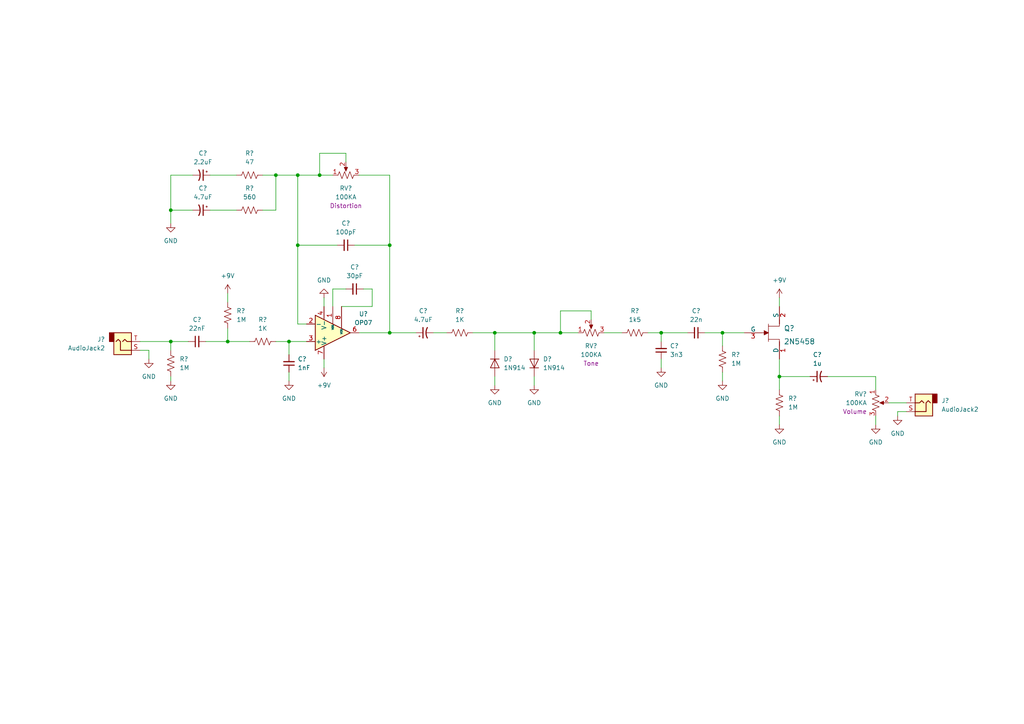
<source format=kicad_sch>
(kicad_sch (version 20211123) (generator eeschema)
  (paper "A4")
  (lib_symbols
    (symbol "00-cool_stuff:+4.5V" (power) (pin_names (offset 0))
      (property "Value" "+4.5V" (at 0 3.556 0))
      (symbol "+4.5V_0_1"
        (polyline (pts (xy -0.762 1.27) (xy 0 2.54)))
        (polyline (pts (xy 0 0) (xy 0 2.54)))
        (polyline (pts (xy 0 2.54) (xy 0.762 1.27)))
      )
      (symbol "+4.5V_1_1"
        (pin power_in line (at 0 0 90) (length 0) hide (name "+9V") (number "1"))
      )
    )
    (symbol "00-cool_stuff:+9V" (power) (pin_names (offset 0))
      (property "Value" "+9V" (at 0 3.556 0))
      (symbol "+9V_0_1"
        (polyline (pts (xy -0.762 1.27) (xy 0 2.54)))
        (polyline (pts (xy 0 0) (xy 0 2.54)))
        (polyline (pts (xy 0 2.54) (xy 0.762 1.27)))
      )
      (symbol "+9V_1_1"
        (pin power_in line (at 0 0 90) (length 0) hide (name "+9V") (number "1"))
      )
    )
    (symbol "00-cool_stuff:0V" (power) (pin_names (offset 0))
      (property "Value" "0V" (at 0 -3.81 0))
      (symbol "0V_0_1"
        (polyline (pts (xy 0 0) (xy 0 -1.27) (xy 1.27 -1.27) (xy 0 -2.54) (xy -1.27 -1.27) (xy 0 -1.27)))
      )
      (symbol "0V_1_1"
        (pin power_in line (at 0 0 270) (length 0) hide (name "GND") (number "1"))
      )
    )
    (symbol "00-cool_stuff:cap_polarized_small" (pin_numbers hide) (pin_names (offset 0.254) hide)
      (property "Reference" "C" (at 0.254 1.778 0))
      (property "Value" "cap_polarized_small" (at 0.254 -2.032 0))
      (symbol "cap_polarized_small_0_1"
        (polyline (pts (xy -1.524 0.508) (xy 1.524 0.508)) (stroke (width 0.3048)))
        (polyline (pts (xy -1.27 1.524) (xy -0.762 1.524)))
        (polyline (pts (xy -1.016 1.27) (xy -1.016 1.778)))
        (arc (start 1.524 -0.762) (mid 0 -0.3734) (end -1.524 -0.762) (stroke (width 0.3048)))
      )
      (symbol "cap_polarized_small_1_1"
        (pin passive line (at 0 2.54 270) (length 2.032) (name "~") (number "1"))
        (pin passive line (at 0 -2.54 90) (length 2.032) (name "~") (number "2"))
      )
    )
    (symbol "00-cool_stuff:cap_small" (pin_numbers hide) (pin_names (offset 0.254) hide)
      (property "Reference" "C" (at -1.27 2.54 0))
      (property "Value" "cap_small" (at -3.81 -2.54 0))
      (symbol "cap_small_0_1"
        (polyline (pts (xy -0.508 -1.524) (xy -0.508 1.524)) (stroke (width 0.3048)))
        (polyline (pts (xy 0.508 -1.524) (xy 0.508 1.524)) (stroke (width 0.3302)))
      )
      (symbol "cap_small_1_1"
        (pin passive line (at -2.54 0 0) (length 2.032) (name "~") (number "1"))
        (pin passive line (at 2.54 0 180) (length 2.032) (name "~") (number "2"))
      )
    )
    (symbol "00-cool_stuff:diode" (pin_numbers hide) (pin_names (offset 1.016) hide)
      (property "Reference" "D" (at 0 2.54 0))
      (property "Value" "diode" (at 0 -2.54 0))
      (symbol "diode_0_1"
        (polyline (pts (xy -1.27 0) (xy 1.27 0)))
        (polyline (pts (xy 1.27 -1.27) (xy 1.27 1.27)) (stroke (width 0.2032)))
        (polyline (pts (xy -1.27 -1.27) (xy -1.27 1.27) (xy 1.27 0) (xy -1.27 -1.27)) (stroke (width 0.2032)))
      )
      (symbol "diode_1_1"
        (pin passive line (at 3.81 0 180) (length 2.54) (name "K") (number "1"))
        (pin passive line (at -3.81 0 0) (length 2.54) (name "A") (number "2"))
      )
    )
    (symbol "00-cool_stuff:potentiometer" (pin_names (offset 1.016) hide)
      (property "Reference" "RV" (at -4.445 0 90))
      (property "Value" "potentiometer" (at -2.54 0 90))
      (property "Label" "Pot Label" (at 11.43 0 90))
      (symbol "potentiometer_0_1"
        (polyline (pts (xy 0 -2.286) (xy 0 -2.54)))
        (polyline (pts (xy 0 2.54) (xy 0 2.286)))
        (polyline (pts (xy 2.54 0) (xy 1.524 0)))
        (polyline (pts (xy 1.143 0) (xy 2.286 0.508) (xy 2.286 -0.508) (xy 1.143 0)) (fill (type outline)))
        (polyline (pts (xy 0 -0.762) (xy 1.016 -1.143) (xy 0 -1.524) (xy -1.016 -1.905) (xy 0 -2.286)))
        (polyline (pts (xy 0 0.762) (xy 1.016 0.381) (xy 0 0) (xy -1.016 -0.381) (xy 0 -0.762)))
        (polyline (pts (xy 0 2.286) (xy 1.016 1.905) (xy 0 1.524) (xy -1.016 1.143) (xy 0 0.762)))
      )
      (symbol "potentiometer_1_1"
        (pin passive line (at 0 3.81 270) (length 1.27) (name "1") (number "1"))
        (pin passive line (at 3.81 0 180) (length 1.27) (name "2") (number "2"))
        (pin passive line (at 0 -3.81 90) (length 1.27) (name "3") (number "3"))
      )
    )
    (symbol "00-cool_stuff:resistor" (pin_numbers hide) (pin_names (offset 0))
      (property "Reference" "R" (at -2.54 2.54 0))
      (property "Value" "resistor" (at -2.54 -2.54 0))
      (symbol "resistor_0_1"
        (polyline (pts (xy -4.826 0) (xy -5.08 0)))
        (polyline (pts (xy -0.254 0) (xy 0 0)))
        (polyline (pts (xy -4.826 0) (xy -4.445 1.016) (xy -4.064 0) (xy -3.683 -1.016) (xy -3.302 0)))
        (polyline (pts (xy -3.302 0) (xy -2.921 1.016) (xy -2.54 0) (xy -2.159 -1.016) (xy -1.778 0)))
        (polyline (pts (xy -1.778 0) (xy -1.397 1.016) (xy -1.016 0) (xy -0.635 -1.016) (xy -0.254 0)))
      )
      (symbol "resistor_1_1"
        (pin passive line (at -6.35 0 0) (length 1.27) (name "~") (number "1"))
        (pin passive line (at 1.27 0 180) (length 1.27) (name "~") (number "2"))
      )
    )
    (symbol "Amplifier_Operational:OP07" (pin_names (offset 0.127))
      (property "Reference" "U" (at 1.27 6.35 0))
      (property "Value" "OP07" (at 1.27 3.81 0))
      (symbol "OP07_0_1"
        (polyline (pts (xy -5.08 5.08) (xy 5.08 0) (xy -5.08 -5.08) (xy -5.08 5.08)) (stroke (width 0.254)) (fill (type background)))
      )
      (symbol "OP07_1_1"
        (pin input line (at 0 -7.62 90) (length 5.08) (name "VOS") (number "1"))
        (pin input line (at -7.62 -2.54 0) (length 2.54) (name "-") (number "2"))
        (pin input line (at -7.62 2.54 0) (length 2.54) (name "+") (number "3"))
        (pin power_in line (at -2.54 -7.62 90) (length 3.81) (name "V-") (number "4"))
        (pin no_connect line (at 0 2.54 270) (length 2.54) hide (name "NC") (number "5"))
        (pin output line (at 7.62 0 180) (length 2.54) (name "~") (number "6"))
        (pin power_in line (at -2.54 7.62 270) (length 3.81) (name "V+") (number "7"))
        (pin input line (at 2.54 -7.62 90) (length 6.35) (name "VOS") (number "8"))
      )
    )
    (symbol "Connector:AudioJack2"
      (property "Reference" "J" (at 0 8.89 0))
      (property "Value" "AudioJack2" (at 0 6.35 0))
      (symbol "AudioJack2_0_1"
        (rectangle (start -3.81 0) (end -2.54 -2.54) (stroke (width 0.254)) (fill (type outline)))
        (rectangle (start -2.54 3.81) (end 2.54 -2.54) (stroke (width 0.254)) (fill (type background)))
        (polyline (pts (xy 0 0) (xy 0.635 -0.635) (xy 1.27 0) (xy 2.54 0)) (stroke (width 0.254)))
        (polyline (pts (xy 2.54 2.54) (xy -0.635 2.54) (xy -0.635 0) (xy -1.27 -0.635) (xy -1.905 0)) (stroke (width 0.254)))
      )
      (symbol "AudioJack2_1_1"
        (pin passive line (at 5.08 2.54 180) (length 2.54) (name "~") (number "S"))
        (pin passive line (at 5.08 0 180) (length 2.54) (name "~") (number "T"))
      )
    )
    (symbol "dk_Transistors-JFETs:2N5457_NonStock" (pin_names (offset 0))
      (property "Reference" "Q?" (at 5.08 1.27 0))
      (property "Value" "2N5457" (at 5.08 -2.54 0))
      (symbol "2N5457_NonStock_0_1"
        (polyline (pts (xy -0.635 -2.54) (xy -0.635 2.54)))
        (polyline (pts (xy -0.635 0) (xy -4.445 0)))
        (polyline (pts (xy -0.635 -1.905) (xy 2.54 -1.905) (xy 2.54 -3.81)))
        (polyline (pts (xy -0.635 1.905) (xy 2.54 1.905) (xy 2.54 3.81)))
      )
      (symbol "2N5457_NonStock_1_1"
        (polyline (pts (xy -1.905 0.635) (xy -1.905 -0.635) (xy -0.635 0) (xy -1.905 0.635)) (fill (type outline)))
        (pin passive line (at 2.54 -7.62 90) (length 5.08) (name "D") (number "1"))
        (pin passive line (at 2.54 7.62 270) (length 5.08) (name "S") (number "2"))
        (pin input line (at -7.62 0 0) (length 5.08) (name "G") (number "3"))
      )
    )
  )
  (junction (at 113.03 71.12))
  (junction (at 209.55 96.52))
  (junction (at 143.51 96.52))
  (junction (at 191.77 96.52))
  (junction (at 66.04 99.06))
  (junction (at 154.94 96.52))
  (junction (at 162.56 96.52))
  (junction (at 113.03 96.52))
  (junction (at 83.82 99.06))
  (junction (at 49.53 99.06))
  (junction (at 86.36 50.8))
  (junction (at 80.01 50.8))
  (junction (at 49.53 60.96))
  (junction (at 226.06 109.22))
  (junction (at 86.36 71.12))
  (junction (at 92.71 50.8))
  (wire (pts (xy 113.03 96.52) (xy 113.03 71.12)))
  (wire (pts (xy 80.01 99.06) (xy 83.82 99.06)))
  (wire (pts (xy 125.73 96.52) (xy 129.54 96.52)))
  (wire (pts (xy 187.96 96.52) (xy 191.77 96.52)))
  (wire (pts (xy 49.53 99.06) (xy 49.53 101.6)))
  (wire (pts (xy 92.71 50.8) (xy 86.36 50.8)))
  (wire (pts (xy 143.51 96.52) (xy 154.94 96.52)))
  (wire (pts (xy 171.45 92.71) (xy 171.45 90.17)))
  (wire (pts (xy 86.36 71.12) (xy 97.79 71.12)))
  (wire (pts (xy 76.2 60.96) (xy 80.01 60.96)))
  (wire (pts (xy 86.36 50.8) (xy 86.36 71.12)))
  (wire (pts (xy 83.82 107.95) (xy 83.82 110.49)))
  (wire (pts (xy 92.71 44.45) (xy 92.71 50.8)))
  (wire (pts (xy 191.77 104.14) (xy 191.77 106.68)))
  (wire (pts (xy 226.06 109.22) (xy 226.06 113.03)))
  (wire (pts (xy 257.81 116.84) (xy 262.89 116.84)))
  (wire (pts (xy 60.96 50.8) (xy 68.58 50.8)))
  (wire (pts (xy 49.53 60.96) (xy 55.88 60.96)))
  (wire (pts (xy 66.04 95.25) (xy 66.04 99.06)))
  (wire (pts (xy 113.03 96.52) (xy 120.65 96.52)))
  (wire (pts (xy 260.35 119.38) (xy 262.89 119.38)))
  (wire (pts (xy 209.55 96.52) (xy 209.55 100.33)))
  (wire (pts (xy 191.77 96.52) (xy 199.39 96.52)))
  (wire (pts (xy 254 120.65) (xy 254 123.19)))
  (wire (pts (xy 96.52 83.82) (xy 100.33 83.82)))
  (wire (pts (xy 143.51 109.22) (xy 143.51 111.76)))
  (wire (pts (xy 100.33 44.45) (xy 92.71 44.45)))
  (wire (pts (xy 175.26 96.52) (xy 180.34 96.52)))
  (wire (pts (xy 59.69 99.06) (xy 66.04 99.06)))
  (wire (pts (xy 76.2 50.8) (xy 80.01 50.8)))
  (wire (pts (xy 86.36 93.98) (xy 86.36 71.12)))
  (wire (pts (xy 154.94 96.52) (xy 162.56 96.52)))
  (wire (pts (xy 209.55 107.95) (xy 209.55 110.49)))
  (wire (pts (xy 209.55 96.52) (xy 215.9 96.52)))
  (wire (pts (xy 96.52 88.9) (xy 96.52 83.82)))
  (wire (pts (xy 204.47 96.52) (xy 209.55 96.52)))
  (wire (pts (xy 66.04 85.09) (xy 66.04 87.63)))
  (wire (pts (xy 49.53 99.06) (xy 54.61 99.06)))
  (wire (pts (xy 104.14 50.8) (xy 113.03 50.8)))
  (wire (pts (xy 113.03 71.12) (xy 102.87 71.12)))
  (wire (pts (xy 226.06 86.36) (xy 226.06 88.9)))
  (wire (pts (xy 191.77 96.52) (xy 191.77 99.06)))
  (wire (pts (xy 49.53 109.22) (xy 49.53 110.49)))
  (wire (pts (xy 99.06 88.9) (xy 107.95 88.9)))
  (wire (pts (xy 66.04 99.06) (xy 72.39 99.06)))
  (wire (pts (xy 226.06 109.22) (xy 234.95 109.22)))
  (wire (pts (xy 93.98 104.14) (xy 93.98 106.68)))
  (wire (pts (xy 43.18 101.6) (xy 43.18 104.14)))
  (wire (pts (xy 83.82 99.06) (xy 88.9 99.06)))
  (wire (pts (xy 49.53 50.8) (xy 49.53 60.96)))
  (wire (pts (xy 60.96 60.96) (xy 68.58 60.96)))
  (wire (pts (xy 240.03 109.22) (xy 254 109.22)))
  (wire (pts (xy 171.45 90.17) (xy 162.56 90.17)))
  (wire (pts (xy 96.52 50.8) (xy 92.71 50.8)))
  (wire (pts (xy 226.06 104.14) (xy 226.06 109.22)))
  (wire (pts (xy 162.56 96.52) (xy 167.64 96.52)))
  (wire (pts (xy 143.51 96.52) (xy 143.51 101.6)))
  (wire (pts (xy 107.95 83.82) (xy 105.41 83.82)))
  (wire (pts (xy 107.95 88.9) (xy 107.95 83.82)))
  (wire (pts (xy 40.64 99.06) (xy 49.53 99.06)))
  (wire (pts (xy 113.03 50.8) (xy 113.03 71.12)))
  (wire (pts (xy 93.98 86.36) (xy 93.98 88.9)))
  (wire (pts (xy 40.64 101.6) (xy 43.18 101.6)))
  (wire (pts (xy 226.06 120.65) (xy 226.06 123.19)))
  (wire (pts (xy 100.33 46.99) (xy 100.33 44.45)))
  (wire (pts (xy 55.88 50.8) (xy 49.53 50.8)))
  (wire (pts (xy 49.53 60.96) (xy 49.53 64.77)))
  (wire (pts (xy 80.01 50.8) (xy 86.36 50.8)))
  (wire (pts (xy 104.14 96.52) (xy 113.03 96.52)))
  (wire (pts (xy 254 109.22) (xy 254 113.03)))
  (wire (pts (xy 137.16 96.52) (xy 143.51 96.52)))
  (wire (pts (xy 154.94 109.22) (xy 154.94 111.76)))
  (wire (pts (xy 88.9 93.98) (xy 86.36 93.98)))
  (wire (pts (xy 154.94 96.52) (xy 154.94 101.6)))
  (wire (pts (xy 80.01 60.96) (xy 80.01 50.8)))
  (wire (pts (xy 260.35 120.65) (xy 260.35 119.38)))
  (wire (pts (xy 162.56 90.17) (xy 162.56 96.52)))
  (wire (pts (xy 83.82 99.06) (xy 83.82 102.87)))
  (symbol (lib_id "00-cool_stuff:0V") (at 254 123.19 0) (unit 1)
    (property "Reference" "#PWR?" (effects hide))
    (property "Value" "0V" (at 254 128.27 0))
  )
  (symbol (lib_id "00-cool_stuff:resistor") (at 66.04 88.9 90) (unit 1)
    (property "Reference" "R?" (at 68.58 90.1699 90) (effects (justify right)))
    (property "Value" "1M" (at 68.58 92.7099 90) (effects (justify right)))
    (property "Footprint" "00-Mine:resistor-TH-10mm" (effects hide))
  )
  (symbol (lib_id "00-cool_stuff:resistor") (at 49.53 102.87 90) (unit 1)
    (property "Reference" "R?" (at 52.07 104.1399 90) (effects (justify right)))
    (property "Value" "1M" (at 52.07 106.6799 90) (effects (justify right)))
    (property "Footprint" "00-Mine:resistor-TH-10mm" (effects hide))
  )
  (symbol (lib_id "00-cool_stuff:0V") (at 49.53 110.49 0) (unit 1)
    (property "Reference" "#PWR?" (effects hide))
    (property "Value" "0V" (at 49.53 115.57 0))
  )
  (symbol (lib_id "00-cool_stuff:cap_polarized_small") (at 58.42 50.8 270) (unit 1)
    (property "Reference" "C?" (at 58.8518 44.45 90))
    (property "Value" "2.2uF" (at 58.8518 46.99 90))
  )
  (symbol (lib_id "00-cool_stuff:0V") (at 260.35 120.65 0) (unit 1)
    (property "Reference" "#PWR?" (effects hide))
    (property "Value" "0V" (at 260.35 125.73 0))
  )
  (symbol (lib_id "00-cool_stuff:resistor") (at 209.55 101.6 90) (unit 1)
    (property "Reference" "R?" (at 212.09 102.8699 90) (effects (justify right)))
    (property "Value" "1M" (at 212.09 105.4099 90) (effects (justify right)))
    (property "Footprint" "00-Mine:resistor-TH-10mm" (effects hide))
  )
  (symbol (lib_id "00-cool_stuff:potentiometer") (at 171.45 96.52 90) (unit 1)
    (property "Reference" "RV?" (at 171.45 100.33 90))
    (property "Value" "100KA" (at 171.45 102.87 90))
    (property "Label" "Tone" (at 171.45 105.41 90))
  )
  (symbol (lib_id "00-cool_stuff:0V") (at 43.18 104.14 0) (unit 1)
    (property "Reference" "#PWR?" (effects hide))
    (property "Value" "0V" (at 43.18 109.22 0))
  )
  (symbol (lib_id "00-cool_stuff:0V") (at 226.06 123.19 0) (unit 1)
    (property "Reference" "#PWR?" (effects hide))
    (property "Value" "0V" (at 226.06 128.27 0))
  )
  (symbol (lib_id "00-cool_stuff:cap_small") (at 57.15 99.06 0) (unit 1)
    (property "Reference" "C?" (at 57.1563 92.71 0))
    (property "Value" "22nF" (at 57.1563 95.25 0))
    (property "Footprint" "00-Mine:capacitor-TH-2.54mm_5mm" (effects hide))
  )
  (symbol (lib_id "00-cool_stuff:diode") (at 154.94 105.41 90) (mirror x) (unit 1)
    (property "Reference" "D?" (at 157.48 104.1399 90) (effects (justify right)))
    (property "Value" "1N914" (at 157.48 106.6799 90) (effects (justify right)))
    (property "Footprint" "00-Mine:diode-TH" (effects hide))
  )
  (symbol (lib_id "00-cool_stuff:resistor") (at 181.61 96.52 180) (unit 1)
    (property "Reference" "R?" (at 184.15 90.17 0))
    (property "Value" "1k5" (at 184.15 92.71 0))
    (property "Footprint" "00-Mine:resistor-TH-10mm" (effects hide))
  )
  (symbol (lib_id "00-cool_stuff:0V") (at 93.98 86.36 180) (unit 1)
    (property "Reference" "#PWR?" (effects hide))
    (property "Value" "0V" (at 93.98 81.28 0))
  )
  (symbol (lib_id "Amplifier_Operational:OP07") (at 96.52 96.52 0) (mirror x) (unit 1)
    (property "Reference" "U?" (at 105.41 91.0588 0))
    (property "Value" "OP07" (at 105.41 93.5988 0))
    (property "Datasheet" "https://www.analog.com/media/en/technical-documentation/data-sheets/OP07.pdf" (effects hide))
  )
  (symbol (lib_id "00-cool_stuff:cap_small") (at 83.82 105.41 90) (unit 1)
    (property "Reference" "C?" (at 86.36 104.1335 90) (effects (justify right)))
    (property "Value" "1nF" (at 86.36 106.6735 90) (effects (justify right)))
    (property "Footprint" "00-Mine:capacitor-TH-2.54mm_5mm" (effects hide))
  )
  (symbol (lib_id "00-cool_stuff:cap_small") (at 100.33 71.12 180) (unit 1)
    (property "Reference" "C?" (at 100.3236 64.77 0))
    (property "Value" "100pF" (at 100.3236 67.31 0))
    (property "Footprint" "00-Mine:capacitor-TH-2.54mm_5mm" (effects hide))
  )
  (symbol (lib_id "00-cool_stuff:0V") (at 209.55 110.49 0) (unit 1)
    (property "Reference" "#PWR?" (effects hide))
    (property "Value" "0V" (at 209.55 115.57 0))
  )
  (symbol (lib_id "dk_Transistors-JFETs:2N5457_NonStock") (at 223.52 96.52 0) (unit 1)
    (property "Reference" "Q?" (at 227.33 95.25 0) (effects (font (size 1.524 1.524)) (justify left)))
    (property "Value" "2N5458" (at 227.33 99.06 0) (effects (font (size 1.524 1.524)) (justify left)))
    (property "Footprint" "digikey-footprints:TO-92-3" (effects hide))
    (property "Datasheet" "https://my.centralsemi.com/get_document.php?cmp=1&mergetype=pd&mergepath=pd&pdf_id=2N5457-5459.PDF" (effects hide))
    (property "Digi-Key_PN" "2N5457-ND" (effects hide))
    (property "MPN" "2N5457" (effects hide))
    (property "Category" "Discrete Semiconductor Products" (effects hide))
    (property "Family" "Transistors - JFETs" (effects hide))
    (property "DK_Datasheet_Link" "https://my.centralsemi.com/get_document.php?cmp=1&mergetype=pd&mergepath=pd&pdf_id=2N5457-5459.PDF" (effects hide))
    (property "DK_Detail_Page" "/product-detail/en/central-semiconductor-corp/2N5457/2N5457-ND/4806918" (effects hide))
    (property "Description" "JFET N-CH 25V 0.31W TO-92" (effects hide))
    (property "Manufacturer" "Central Semiconductor Corp" (effects hide))
    (property "Status" "Active NonStock" (effects hide))
  )
  (symbol (lib_id "00-cool_stuff:+9V") (at 226.06 86.36 0) (unit 1)
    (property "Reference" "#PWR?" (effects hide))
    (property "Value" "+9V" (at 226.06 81.28 0))
  )
  (symbol (lib_id "Connector:AudioJack2") (at 267.97 116.84 180) (unit 1)
    (property "Reference" "J?" (at 273.05 116.2049 0) (effects (justify right)))
    (property "Value" "AudioJack2" (at 273.05 118.7449 0) (effects (justify right)))
  )
  (symbol (lib_id "00-cool_stuff:+4.5V") (at 66.04 85.09 0) (unit 1)
    (property "Reference" "#PWR?" (effects hide))
    (property "Value" "+4.5V" (at 66.04 80.01 0))
  )
  (symbol (lib_id "00-cool_stuff:potentiometer") (at 100.33 50.8 90) (unit 1)
    (property "Reference" "RV?" (at 100.33 54.61 90))
    (property "Value" "100KA" (at 100.33 57.15 90))
    (property "Label" "Distortion" (at 100.33 59.69 90))
  )
  (symbol (lib_id "00-cool_stuff:0V") (at 49.53 64.77 0) (unit 1)
    (property "Reference" "#PWR?" (effects hide))
    (property "Value" "0V" (at 49.53 69.85 0))
  )
  (symbol (lib_id "00-cool_stuff:cap_small") (at 191.77 101.6 90) (unit 1)
    (property "Reference" "C?" (at 194.31 100.3235 90) (effects (justify right)))
    (property "Value" "3n3" (at 194.31 102.8635 90) (effects (justify right)))
    (property "Footprint" "00-Mine:capacitor-TH-2.54mm_5mm" (effects hide))
  )
  (symbol (lib_id "00-cool_stuff:+9V") (at 93.98 106.68 180) (unit 1)
    (property "Reference" "#PWR?" (effects hide))
    (property "Value" "+9V" (at 93.98 111.76 0))
  )
  (symbol (lib_id "00-cool_stuff:resistor") (at 130.81 96.52 180) (unit 1)
    (property "Reference" "R?" (at 133.35 90.17 0))
    (property "Value" "1K" (at 133.35 92.71 0))
    (property "Footprint" "00-Mine:resistor-TH-10mm" (effects hide))
  )
  (symbol (lib_id "00-cool_stuff:0V") (at 191.77 106.68 0) (unit 1)
    (property "Reference" "#PWR?" (effects hide))
    (property "Value" "0V" (at 191.77 111.76 0))
  )
  (symbol (lib_id "00-cool_stuff:0V") (at 154.94 111.76 0) (unit 1)
    (property "Reference" "#PWR?" (effects hide))
    (property "Value" "0V" (at 154.94 116.84 0))
  )
  (symbol (lib_id "00-cool_stuff:resistor") (at 69.85 50.8 180) (unit 1)
    (property "Reference" "R?" (at 72.39 44.45 0))
    (property "Value" "47" (at 72.39 46.99 0))
    (property "Footprint" "00-Mine:resistor-TH-10mm" (effects hide))
  )
  (symbol (lib_id "00-cool_stuff:diode") (at 143.51 105.41 90) (unit 1)
    (property "Reference" "D?" (at 146.05 104.1399 90) (effects (justify right)))
    (property "Value" "1N914" (at 146.05 106.6799 90) (effects (justify right)))
    (property "Footprint" "00-Mine:diode-TH" (effects hide))
  )
  (symbol (lib_id "00-cool_stuff:0V") (at 143.51 111.76 0) (unit 1)
    (property "Reference" "#PWR?" (effects hide))
    (property "Value" "0V" (at 143.51 116.84 0))
  )
  (symbol (lib_id "00-cool_stuff:potentiometer") (at 254 116.84 0) (unit 1)
    (property "Reference" "RV?" (at 251.46 114.2999 0) (effects (justify right)))
    (property "Value" "100KA" (at 251.46 116.8399 0) (effects (justify right)))
    (property "Label" "Volume" (at 251.46 119.3799 0) (effects (justify right)))
  )
  (symbol (lib_id "00-cool_stuff:resistor") (at 73.66 99.06 180) (unit 1)
    (property "Reference" "R?" (at 76.2 92.71 0))
    (property "Value" "1K" (at 76.2 95.25 0))
    (property "Footprint" "00-Mine:resistor-TH-10mm" (effects hide))
  )
  (symbol (lib_id "00-cool_stuff:cap_polarized_small") (at 58.42 60.96 270) (unit 1)
    (property "Reference" "C?" (at 58.8518 54.61 90))
    (property "Value" "4.7uF" (at 58.8518 57.15 90))
  )
  (symbol (lib_id "00-cool_stuff:resistor") (at 226.06 114.3 90) (unit 1)
    (property "Reference" "R?" (at 228.6 115.5699 90) (effects (justify right)))
    (property "Value" "1M" (at 228.6 118.1099 90) (effects (justify right)))
    (property "Footprint" "00-Mine:resistor-TH-10mm" (effects hide))
  )
  (symbol (lib_id "00-cool_stuff:resistor") (at 69.85 60.96 180) (unit 1)
    (property "Reference" "R?" (at 72.39 54.61 0))
    (property "Value" "560" (at 72.39 57.15 0))
    (property "Footprint" "00-Mine:resistor-TH-10mm" (effects hide))
  )
  (symbol (lib_id "00-cool_stuff:cap_small") (at 102.87 83.82 180) (unit 1)
    (property "Reference" "C?" (at 102.8636 77.47 0))
    (property "Value" "30pF" (at 102.8636 80.01 0))
    (property "Footprint" "00-Mine:capacitor-TH-2.54mm_5mm" (effects hide))
  )
  (symbol (lib_id "00-cool_stuff:cap_polarized_small") (at 237.49 109.22 90) (unit 1)
    (property "Reference" "C?" (at 237.0582 102.87 90))
    (property "Value" "1u" (at 237.0582 105.41 90))
  )
  (symbol (lib_id "00-cool_stuff:cap_polarized_small") (at 123.19 96.52 90) (unit 1)
    (property "Reference" "C?" (at 122.7582 90.17 90))
    (property "Value" "4.7uF" (at 122.7582 92.71 90))
  )
  (symbol (lib_id "00-cool_stuff:0V") (at 83.82 110.49 0) (unit 1)
    (property "Reference" "#PWR?" (effects hide))
    (property "Value" "0V" (at 83.82 115.57 0))
  )
  (symbol (lib_id "Connector:AudioJack2") (at 35.56 99.06 0) (mirror x) (unit 1)
    (property "Reference" "J?" (at 30.48 98.4249 0) (effects (justify right)))
    (property "Value" "AudioJack2" (at 30.48 100.9649 0) (effects (justify right)))
  )
  (symbol (lib_id "00-cool_stuff:cap_small") (at 201.93 96.52 180) (unit 1)
    (property "Reference" "C?" (at 201.9236 90.17 0))
    (property "Value" "22n" (at 201.9236 92.71 0))
    (property "Footprint" "00-Mine:capacitor-TH-2.54mm_5mm" (effects hide))
  )
)
</source>
